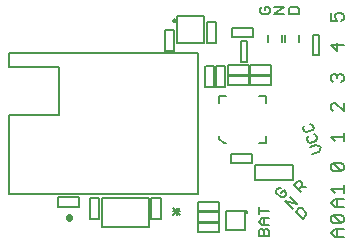
<source format=gto>
G75*
%MOIN*%
%OFA0B0*%
%FSLAX24Y24*%
%IPPOS*%
%LPD*%
%AMOC8*
5,1,8,0,0,1.08239X$1,22.5*
%
%ADD10C,0.0080*%
%ADD11C,0.0060*%
%ADD12C,0.0050*%
%ADD13C,0.0220*%
%ADD14C,0.0079*%
D10*
X018840Y001752D02*
X018980Y001892D01*
X019260Y001892D01*
X019190Y002072D02*
X018910Y002353D01*
X019190Y002353D01*
X019260Y002283D01*
X019260Y002142D01*
X019190Y002072D01*
X018910Y002072D01*
X018840Y002142D01*
X018840Y002283D01*
X018910Y002353D01*
X018980Y002612D02*
X018840Y002752D01*
X018980Y002892D01*
X019260Y002892D01*
X019260Y003072D02*
X019260Y003353D01*
X019260Y003213D02*
X018840Y003213D01*
X018980Y003072D01*
X019050Y002892D02*
X019050Y002612D01*
X018980Y002612D02*
X019260Y002612D01*
X019050Y001892D02*
X019050Y001612D01*
X018980Y001612D02*
X018840Y001752D01*
X018980Y001612D02*
X019260Y001612D01*
X019190Y003812D02*
X018910Y004092D01*
X019190Y004092D01*
X019260Y004022D01*
X019260Y003882D01*
X019190Y003812D01*
X018910Y003812D01*
X018840Y003882D01*
X018840Y004022D01*
X018910Y004092D01*
X018980Y004812D02*
X018840Y004952D01*
X019260Y004952D01*
X019260Y004812D02*
X019260Y005092D01*
X019260Y005812D02*
X018980Y006092D01*
X018910Y006092D01*
X018840Y006022D01*
X018840Y005882D01*
X018910Y005812D01*
X019260Y005812D02*
X019260Y006092D01*
X019190Y006762D02*
X019260Y006832D01*
X019260Y006972D01*
X019190Y007042D01*
X019120Y007042D01*
X019050Y006972D01*
X019050Y006902D01*
X019050Y006972D02*
X018980Y007042D01*
X018910Y007042D01*
X018840Y006972D01*
X018840Y006832D01*
X018910Y006762D01*
X019050Y007812D02*
X018840Y008022D01*
X019260Y008022D01*
X019050Y008092D02*
X019050Y007812D01*
X019050Y008812D02*
X018840Y008812D01*
X018840Y009092D01*
X018980Y009022D02*
X019050Y009092D01*
X019190Y009092D01*
X019260Y009022D01*
X019260Y008882D01*
X019190Y008812D01*
X019050Y008812D02*
X018980Y008952D01*
X018980Y009022D01*
D11*
X017770Y009052D02*
X017770Y009222D01*
X017713Y009279D01*
X017486Y009279D01*
X017430Y009222D01*
X017430Y009052D01*
X017770Y009052D01*
X017290Y009052D02*
X016950Y009052D01*
X017290Y009279D01*
X016950Y009279D01*
X016810Y009222D02*
X016753Y009279D01*
X016640Y009279D01*
X016640Y009165D01*
X016753Y009052D02*
X016526Y009052D01*
X016470Y009109D01*
X016470Y009222D01*
X016526Y009279D01*
X016810Y009222D02*
X016810Y009109D01*
X016753Y009052D01*
X016744Y008343D02*
X016744Y008107D01*
X017217Y008107D02*
X017217Y008343D01*
X017314Y008340D02*
X017314Y008104D01*
X017786Y008104D02*
X017786Y008340D01*
X018149Y005386D02*
X018221Y005352D01*
X018260Y005245D01*
X018226Y005173D01*
X018013Y005095D01*
X017940Y005129D01*
X017902Y005236D01*
X017936Y005308D01*
X018062Y004962D02*
X018028Y004890D01*
X018066Y004783D01*
X018139Y004749D01*
X018352Y004827D01*
X018386Y004899D01*
X018347Y005006D01*
X018275Y005040D01*
X018347Y004674D02*
X018134Y004597D01*
X018347Y004674D02*
X018493Y004607D01*
X018425Y004461D01*
X018212Y004384D01*
X017810Y003475D02*
X017730Y003475D01*
X017609Y003355D01*
X017850Y003114D01*
X017770Y003195D02*
X017890Y003315D01*
X017890Y003395D01*
X017810Y003475D01*
X017850Y003275D02*
X018010Y003275D01*
X017480Y002955D02*
X017721Y002714D01*
X017320Y002795D01*
X017561Y002554D01*
X017659Y002455D02*
X017780Y002575D01*
X017860Y002575D01*
X018020Y002415D01*
X018020Y002335D01*
X017900Y002214D01*
X017659Y002455D01*
X017261Y002933D02*
X017341Y003014D01*
X017341Y003094D01*
X017261Y003174D01*
X017181Y003094D01*
X017181Y003254D02*
X017101Y003254D01*
X017021Y003174D01*
X017021Y003094D01*
X017181Y002933D01*
X017261Y002933D01*
X016770Y002492D02*
X016430Y002492D01*
X016430Y002379D02*
X016430Y002606D01*
X016543Y002237D02*
X016770Y002237D01*
X016600Y002237D02*
X016600Y002010D01*
X016543Y002010D02*
X016430Y002124D01*
X016543Y002237D01*
X016543Y002010D02*
X016770Y002010D01*
X016713Y001869D02*
X016657Y001869D01*
X016600Y001812D01*
X016600Y001642D01*
X016770Y001642D02*
X016430Y001642D01*
X016430Y001812D01*
X016486Y001869D01*
X016543Y001869D01*
X016600Y001812D01*
X016713Y001869D02*
X016770Y001812D01*
X016770Y001642D01*
X013813Y002352D02*
X013586Y002579D01*
X013586Y002465D02*
X013813Y002465D01*
X013813Y002579D02*
X013586Y002352D01*
X013700Y002352D02*
X013700Y002579D01*
D12*
X008113Y003036D02*
X008113Y005694D01*
X009786Y005694D01*
X009786Y007269D01*
X008113Y007269D01*
X008113Y007761D01*
X014412Y007761D01*
X014412Y003036D01*
X008113Y003036D01*
X009746Y002930D02*
X009746Y002634D01*
X009746Y002615D02*
X010454Y002615D01*
X010454Y002930D01*
X009746Y002930D01*
X010793Y002926D02*
X010793Y002218D01*
X011088Y002218D01*
X011107Y002218D02*
X011107Y002926D01*
X010793Y002926D01*
X011213Y002914D02*
X011213Y001930D01*
X012787Y001930D01*
X012787Y002914D01*
X011213Y002914D01*
X012853Y002926D02*
X012853Y002218D01*
X013148Y002218D01*
X013167Y002218D02*
X013167Y002926D01*
X012853Y002926D01*
X014396Y002780D02*
X014396Y002465D01*
X015104Y002465D01*
X015104Y002760D01*
X015104Y002780D02*
X014396Y002780D01*
X014396Y002430D02*
X014396Y002115D01*
X015104Y002115D01*
X015104Y002410D01*
X015104Y002430D02*
X014396Y002430D01*
X014396Y002080D02*
X014396Y001765D01*
X015104Y001765D01*
X015104Y002060D01*
X015104Y002080D02*
X014396Y002080D01*
X015335Y001857D02*
X015335Y002487D01*
X015965Y002487D01*
X015965Y001857D01*
X015335Y001857D01*
X015965Y002448D02*
X015967Y002460D01*
X015972Y002471D01*
X015981Y002480D01*
X015992Y002485D01*
X016004Y002487D01*
X016016Y002485D01*
X016027Y002480D01*
X016036Y002471D01*
X016041Y002460D01*
X016043Y002448D01*
X016041Y002436D01*
X016036Y002425D01*
X016027Y002416D01*
X016016Y002411D01*
X016004Y002409D01*
X015992Y002411D01*
X015981Y002416D01*
X015972Y002425D01*
X015967Y002436D01*
X015965Y002448D01*
X016320Y003516D02*
X017580Y003516D01*
X017580Y004028D01*
X016320Y004028D01*
X016320Y003516D01*
X016204Y004065D02*
X016204Y004360D01*
X016204Y004380D02*
X015496Y004380D01*
X015496Y004065D01*
X016204Y004065D01*
X016451Y004735D02*
X016687Y004735D01*
X016687Y004971D01*
X016687Y006073D02*
X016687Y006309D01*
X016451Y006309D01*
X016146Y006665D02*
X016146Y006980D01*
X016854Y006980D01*
X016854Y006960D02*
X016854Y006665D01*
X016146Y006665D01*
X016104Y006665D02*
X016104Y006980D01*
X015396Y006980D01*
X015396Y006684D01*
X015396Y006665D02*
X016104Y006665D01*
X016104Y007015D02*
X016104Y007330D01*
X015396Y007330D01*
X015396Y007034D01*
X015396Y007015D02*
X016104Y007015D01*
X016146Y007015D02*
X016854Y007015D01*
X016854Y007330D01*
X016146Y007330D01*
X016146Y007034D01*
X016057Y007441D02*
X015841Y007441D01*
X015841Y008130D01*
X016057Y008130D01*
X016057Y007441D01*
X015307Y007326D02*
X015307Y006618D01*
X015288Y006618D02*
X014993Y006618D01*
X014993Y007326D01*
X015307Y007326D01*
X014957Y007326D02*
X014662Y007326D01*
X014643Y007326D02*
X014643Y006618D01*
X014957Y006618D01*
X014957Y007326D01*
X015007Y008068D02*
X014693Y008068D01*
X014693Y008776D01*
X014712Y008776D02*
X015007Y008776D01*
X015007Y008068D01*
X014603Y008069D02*
X014603Y008975D01*
X013697Y008975D01*
X013697Y008069D01*
X014603Y008069D01*
X015546Y008265D02*
X016254Y008265D01*
X016254Y008580D01*
X015546Y008580D01*
X015546Y008284D01*
X013607Y008526D02*
X013607Y007818D01*
X013588Y007818D02*
X013293Y007818D01*
X013293Y008526D01*
X013607Y008526D01*
X015113Y006309D02*
X015113Y006073D01*
X015113Y006309D02*
X015349Y006309D01*
X015113Y004971D02*
X015113Y004892D01*
X015270Y004735D01*
X015349Y004735D01*
X018231Y007665D02*
X018231Y008354D01*
X018447Y008354D01*
X018447Y007665D01*
X018231Y007665D01*
D13*
X010100Y002284D02*
X010100Y002260D01*
D14*
X013589Y008827D02*
X013591Y008839D01*
X013596Y008850D01*
X013605Y008859D01*
X013616Y008864D01*
X013628Y008866D01*
X013640Y008864D01*
X013651Y008859D01*
X013660Y008850D01*
X013665Y008839D01*
X013667Y008827D01*
X013665Y008815D01*
X013660Y008804D01*
X013651Y008795D01*
X013640Y008790D01*
X013628Y008788D01*
X013616Y008790D01*
X013605Y008795D01*
X013596Y008804D01*
X013591Y008815D01*
X013589Y008827D01*
M02*

</source>
